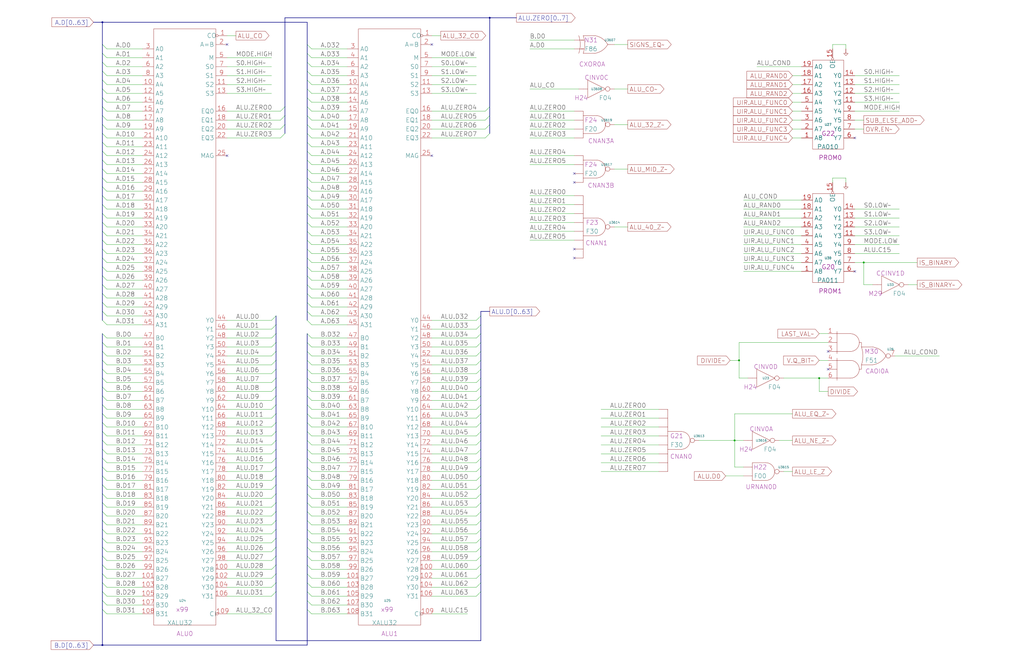
<source format=kicad_sch>
(kicad_sch (version 20230121) (generator eeschema)
  (paper "User" 584.2 378.46)
  (title_block (title "ALU ARRAY\\nMOST SIGNIFICANT BITS") (date "22-MAR-90") (rev "1.0") (comment 1 "VALUE") (comment 2 "232-003063") (comment 3 "S400") (comment 4 "RELEASED"))
  (junction (at 279.4 10.16))
  (junction (at 58.42 368.3))
  (junction (at 467.36 215.9))
  (junction (at 492.76 149.86))
  (junction (at 421.64 205.74))
  (junction (at 58.42 12.7))
  (junction (at 419.1 251.46))
  (no_connect (at 246.38 25.4))
  (no_connect (at 129.54 25.4))
  (no_connect (at 487.68 78.74))
  (no_connect (at 327.66 104.14))
  (no_connect (at 129.54 88.9))
  (no_connect (at 472.44 200.66))
  (no_connect (at 487.68 154.94))
  (no_connect (at 327.66 142.24))
  (no_connect (at 246.38 88.9))
  (no_connect (at 327.66 147.32))
  (no_connect (at 472.44 210.82))
  (no_connect (at 327.66 99.06))
  (bus_entry (at 279.4 71.12) (size -2.54 2.54))
  (bus_entry (at 58.42 152.4) (size 2.54 2.54))
  (bus_entry (at 274.32 251.46) (size -2.54 2.54))
  (bus_entry (at 157.48 210.82) (size -2.54 2.54))
  (bus_entry (at 175.26 307.34) (size 2.54 2.54))
  (bus_entry (at 58.42 45.72) (size 2.54 2.54))
  (bus_entry (at 157.48 261.62) (size -2.54 2.54))
  (bus_entry (at 157.48 276.86) (size -2.54 2.54))
  (bus_entry (at 175.26 147.32) (size 2.54 2.54))
  (bus_entry (at 274.32 302.26) (size -2.54 2.54))
  (bus_entry (at 58.42 66.04) (size 2.54 2.54))
  (bus_entry (at 175.26 137.16) (size 2.54 2.54))
  (bus_entry (at 175.26 152.4) (size 2.54 2.54))
  (bus_entry (at 58.42 200.66) (size 2.54 2.54))
  (bus_entry (at 58.42 132.08) (size 2.54 2.54))
  (bus_entry (at 58.42 236.22) (size 2.54 2.54))
  (bus_entry (at 175.26 322.58) (size 2.54 2.54))
  (bus_entry (at 175.26 215.9) (size 2.54 2.54))
  (bus_entry (at 58.42 86.36) (size 2.54 2.54))
  (bus_entry (at 58.42 220.98) (size 2.54 2.54))
  (bus_entry (at 274.32 210.82) (size -2.54 2.54))
  (bus_entry (at 58.42 25.4) (size 2.54 2.54))
  (bus_entry (at 58.42 121.92) (size 2.54 2.54))
  (bus_entry (at 175.26 96.52) (size 2.54 2.54))
  (bus_entry (at 175.26 182.88) (size 2.54 2.54))
  (bus_entry (at 157.48 251.46) (size -2.54 2.54))
  (bus_entry (at 175.26 210.82) (size 2.54 2.54))
  (bus_entry (at 175.26 281.94) (size 2.54 2.54))
  (bus_entry (at 58.42 147.32) (size 2.54 2.54))
  (bus_entry (at 58.42 297.18) (size 2.54 2.54))
  (bus_entry (at 175.26 60.96) (size 2.54 2.54))
  (bus_entry (at 175.26 190.5) (size 2.54 2.54))
  (bus_entry (at 157.48 297.18) (size -2.54 2.54))
  (bus_entry (at 58.42 182.88) (size 2.54 2.54))
  (bus_entry (at 274.32 180.34) (size -2.54 2.54))
  (bus_entry (at 175.26 312.42) (size 2.54 2.54))
  (bus_entry (at 274.32 231.14) (size -2.54 2.54))
  (bus_entry (at 58.42 271.78) (size 2.54 2.54))
  (bus_entry (at 58.42 50.8) (size 2.54 2.54))
  (bus_entry (at 157.48 185.42) (size -2.54 2.54))
  (bus_entry (at 274.32 287.02) (size -2.54 2.54))
  (bus_entry (at 274.32 281.94) (size -2.54 2.54))
  (bus_entry (at 157.48 205.74) (size -2.54 2.54))
  (bus_entry (at 175.26 266.7) (size 2.54 2.54))
  (bus_entry (at 58.42 332.74) (size 2.54 2.54))
  (bus_entry (at 175.26 132.08) (size 2.54 2.54))
  (bus_entry (at 58.42 215.9) (size 2.54 2.54))
  (bus_entry (at 175.26 177.8) (size 2.54 2.54))
  (bus_entry (at 58.42 172.72) (size 2.54 2.54))
  (bus_entry (at 175.26 127) (size 2.54 2.54))
  (bus_entry (at 175.26 236.22) (size 2.54 2.54))
  (bus_entry (at 279.4 76.2) (size -2.54 2.54))
  (bus_entry (at 58.42 241.3) (size 2.54 2.54))
  (bus_entry (at 58.42 292.1) (size 2.54 2.54))
  (bus_entry (at 175.26 292.1) (size 2.54 2.54))
  (bus_entry (at 175.26 101.6) (size 2.54 2.54))
  (bus_entry (at 157.48 236.22) (size -2.54 2.54))
  (bus_entry (at 58.42 210.82) (size 2.54 2.54))
  (bus_entry (at 175.26 106.68) (size 2.54 2.54))
  (bus_entry (at 157.48 231.14) (size -2.54 2.54))
  (bus_entry (at 157.48 287.02) (size -2.54 2.54))
  (bus_entry (at 162.56 76.2) (size -2.54 2.54))
  (bus_entry (at 274.32 317.5) (size -2.54 2.54))
  (bus_entry (at 274.32 261.62) (size -2.54 2.54))
  (bus_entry (at 175.26 86.36) (size 2.54 2.54))
  (bus_entry (at 162.56 60.96) (size -2.54 2.54))
  (bus_entry (at 274.32 322.58) (size -2.54 2.54))
  (bus_entry (at 274.32 205.74) (size -2.54 2.54))
  (bus_entry (at 274.32 185.42) (size -2.54 2.54))
  (bus_entry (at 58.42 81.28) (size 2.54 2.54))
  (bus_entry (at 58.42 276.86) (size 2.54 2.54))
  (bus_entry (at 157.48 195.58) (size -2.54 2.54))
  (bus_entry (at 175.26 195.58) (size 2.54 2.54))
  (bus_entry (at 279.4 66.04) (size -2.54 2.54))
  (bus_entry (at 175.26 205.74) (size 2.54 2.54))
  (bus_entry (at 58.42 127) (size 2.54 2.54))
  (bus_entry (at 58.42 327.66) (size 2.54 2.54))
  (bus_entry (at 58.42 266.7) (size 2.54 2.54))
  (bus_entry (at 274.32 332.74) (size -2.54 2.54))
  (bus_entry (at 274.32 292.1) (size -2.54 2.54))
  (bus_entry (at 58.42 261.62) (size 2.54 2.54))
  (bus_entry (at 58.42 205.74) (size 2.54 2.54))
  (bus_entry (at 58.42 322.58) (size 2.54 2.54))
  (bus_entry (at 175.26 116.84) (size 2.54 2.54))
  (bus_entry (at 175.26 66.04) (size 2.54 2.54))
  (bus_entry (at 58.42 307.34) (size 2.54 2.54))
  (bus_entry (at 175.26 50.8) (size 2.54 2.54))
  (bus_entry (at 175.26 342.9) (size 2.54 2.54))
  (bus_entry (at 274.32 190.5) (size -2.54 2.54))
  (bus_entry (at 274.32 266.7) (size -2.54 2.54))
  (bus_entry (at 157.48 246.38) (size -2.54 2.54))
  (bus_entry (at 58.42 60.96) (size 2.54 2.54))
  (bus_entry (at 58.42 317.5) (size 2.54 2.54))
  (bus_entry (at 175.26 121.92) (size 2.54 2.54))
  (bus_entry (at 274.32 246.38) (size -2.54 2.54))
  (bus_entry (at 175.26 40.64) (size 2.54 2.54))
  (bus_entry (at 58.42 177.8) (size 2.54 2.54))
  (bus_entry (at 157.48 292.1) (size -2.54 2.54))
  (bus_entry (at 274.32 256.54) (size -2.54 2.54))
  (bus_entry (at 175.26 157.48) (size 2.54 2.54))
  (bus_entry (at 58.42 226.06) (size 2.54 2.54))
  (bus_entry (at 175.26 287.02) (size 2.54 2.54))
  (bus_entry (at 175.26 55.88) (size 2.54 2.54))
  (bus_entry (at 175.26 251.46) (size 2.54 2.54))
  (bus_entry (at 58.42 281.94) (size 2.54 2.54))
  (bus_entry (at 58.42 337.82) (size 2.54 2.54))
  (bus_entry (at 58.42 190.5) (size 2.54 2.54))
  (bus_entry (at 175.26 81.28) (size 2.54 2.54))
  (bus_entry (at 175.26 337.82) (size 2.54 2.54))
  (bus_entry (at 274.32 276.86) (size -2.54 2.54))
  (bus_entry (at 58.42 106.68) (size 2.54 2.54))
  (bus_entry (at 274.32 307.34) (size -2.54 2.54))
  (bus_entry (at 175.26 142.24) (size 2.54 2.54))
  (bus_entry (at 157.48 271.78) (size -2.54 2.54))
  (bus_entry (at 274.32 312.42) (size -2.54 2.54))
  (bus_entry (at 58.42 251.46) (size 2.54 2.54))
  (bus_entry (at 274.32 220.98) (size -2.54 2.54))
  (bus_entry (at 175.26 91.44) (size 2.54 2.54))
  (bus_entry (at 157.48 220.98) (size -2.54 2.54))
  (bus_entry (at 274.32 271.78) (size -2.54 2.54))
  (bus_entry (at 157.48 281.94) (size -2.54 2.54))
  (bus_entry (at 274.32 195.58) (size -2.54 2.54))
  (bus_entry (at 157.48 322.58) (size -2.54 2.54))
  (bus_entry (at 58.42 312.42) (size 2.54 2.54))
  (bus_entry (at 157.48 200.66) (size -2.54 2.54))
  (bus_entry (at 58.42 40.64) (size 2.54 2.54))
  (bus_entry (at 175.26 256.54) (size 2.54 2.54))
  (bus_entry (at 274.32 215.9) (size -2.54 2.54))
  (bus_entry (at 58.42 91.44) (size 2.54 2.54))
  (bus_entry (at 157.48 337.82) (size -2.54 2.54))
  (bus_entry (at 175.26 261.62) (size 2.54 2.54))
  (bus_entry (at 175.26 317.5) (size 2.54 2.54))
  (bus_entry (at 157.48 215.9) (size -2.54 2.54))
  (bus_entry (at 157.48 312.42) (size -2.54 2.54))
  (bus_entry (at 157.48 327.66) (size -2.54 2.54))
  (bus_entry (at 175.26 347.98) (size 2.54 2.54))
  (bus_entry (at 274.32 297.18) (size -2.54 2.54))
  (bus_entry (at 175.26 246.38) (size 2.54 2.54))
  (bus_entry (at 157.48 190.5) (size -2.54 2.54))
  (bus_entry (at 274.32 236.22) (size -2.54 2.54))
  (bus_entry (at 157.48 307.34) (size -2.54 2.54))
  (bus_entry (at 175.26 200.66) (size 2.54 2.54))
  (bus_entry (at 157.48 332.74) (size -2.54 2.54))
  (bus_entry (at 58.42 347.98) (size 2.54 2.54))
  (bus_entry (at 58.42 101.6) (size 2.54 2.54))
  (bus_entry (at 157.48 241.3) (size -2.54 2.54))
  (bus_entry (at 58.42 195.58) (size 2.54 2.54))
  (bus_entry (at 162.56 71.12) (size -2.54 2.54))
  (bus_entry (at 175.26 220.98) (size 2.54 2.54))
  (bus_entry (at 58.42 246.38) (size 2.54 2.54))
  (bus_entry (at 175.26 45.72) (size 2.54 2.54))
  (bus_entry (at 175.26 226.06) (size 2.54 2.54))
  (bus_entry (at 274.32 226.06) (size -2.54 2.54))
  (bus_entry (at 274.32 200.66) (size -2.54 2.54))
  (bus_entry (at 58.42 30.48) (size 2.54 2.54))
  (bus_entry (at 58.42 111.76) (size 2.54 2.54))
  (bus_entry (at 175.26 327.66) (size 2.54 2.54))
  (bus_entry (at 175.26 302.26) (size 2.54 2.54))
  (bus_entry (at 58.42 256.54) (size 2.54 2.54))
  (bus_entry (at 274.32 337.82) (size -2.54 2.54))
  (bus_entry (at 58.42 137.16) (size 2.54 2.54))
  (bus_entry (at 175.26 297.18) (size 2.54 2.54))
  (bus_entry (at 58.42 162.56) (size 2.54 2.54))
  (bus_entry (at 175.26 241.3) (size 2.54 2.54))
  (bus_entry (at 58.42 55.88) (size 2.54 2.54))
  (bus_entry (at 58.42 167.64) (size 2.54 2.54))
  (bus_entry (at 157.48 256.54) (size -2.54 2.54))
  (bus_entry (at 175.26 172.72) (size 2.54 2.54))
  (bus_entry (at 58.42 142.24) (size 2.54 2.54))
  (bus_entry (at 157.48 180.34) (size -2.54 2.54))
  (bus_entry (at 175.26 162.56) (size 2.54 2.54))
  (bus_entry (at 175.26 271.78) (size 2.54 2.54))
  (bus_entry (at 58.42 116.84) (size 2.54 2.54))
  (bus_entry (at 58.42 287.02) (size 2.54 2.54))
  (bus_entry (at 157.48 266.7) (size -2.54 2.54))
  (bus_entry (at 58.42 96.52) (size 2.54 2.54))
  (bus_entry (at 175.26 30.48) (size 2.54 2.54))
  (bus_entry (at 58.42 157.48) (size 2.54 2.54))
  (bus_entry (at 58.42 76.2) (size 2.54 2.54))
  (bus_entry (at 58.42 35.56) (size 2.54 2.54))
  (bus_entry (at 175.26 332.74) (size 2.54 2.54))
  (bus_entry (at 175.26 111.76) (size 2.54 2.54))
  (bus_entry (at 274.32 327.66) (size -2.54 2.54))
  (bus_entry (at 175.26 231.14) (size 2.54 2.54))
  (bus_entry (at 157.48 302.26) (size -2.54 2.54))
  (bus_entry (at 175.26 71.12) (size 2.54 2.54))
  (bus_entry (at 279.4 60.96) (size -2.54 2.54))
  (bus_entry (at 175.26 167.64) (size 2.54 2.54))
  (bus_entry (at 58.42 231.14) (size 2.54 2.54))
  (bus_entry (at 175.26 35.56) (size 2.54 2.54))
  (bus_entry (at 175.26 276.86) (size 2.54 2.54))
  (bus_entry (at 58.42 302.26) (size 2.54 2.54))
  (bus_entry (at 157.48 317.5) (size -2.54 2.54))
  (bus_entry (at 175.26 25.4) (size 2.54 2.54))
  (bus_entry (at 162.56 66.04) (size -2.54 2.54))
  (bus_entry (at 58.42 342.9) (size 2.54 2.54))
  (bus_entry (at 274.32 241.3) (size -2.54 2.54))
  (bus_entry (at 157.48 226.06) (size -2.54 2.54))
  (bus_entry (at 58.42 71.12) (size 2.54 2.54))
  (bus_entry (at 175.26 76.2) (size 2.54 2.54))
  (bus (pts (xy 58.42 261.62) (xy 58.42 266.7)))
  (bus (pts (xy 175.26 292.1) (xy 175.26 297.18)))
  (bus (pts (xy 279.4 71.12) (xy 279.4 66.04)))
  (wire (pts (xy 452.12 58.42) (xy 457.2 58.42)))
  (wire (pts (xy 177.8 165.1) (xy 198.12 165.1)))
  (bus (pts (xy 175.26 167.64) (xy 175.26 172.72)))
  (bus (pts (xy 175.26 312.42) (xy 175.26 317.5)))
  (bus (pts (xy 157.48 327.66) (xy 157.48 332.74)))
  (bus (pts (xy 175.26 60.96) (xy 175.26 66.04)))
  (bus (pts (xy 58.42 116.84) (xy 58.42 121.92)))
  (wire (pts (xy 177.8 38.1) (xy 198.12 38.1)))
  (bus (pts (xy 157.48 266.7) (xy 157.48 271.78)))
  (wire (pts (xy 60.96 38.1) (xy 81.28 38.1)))
  (bus (pts (xy 175.26 322.58) (xy 175.26 327.66)))
  (wire (pts (xy 246.38 254) (xy 271.78 254)))
  (wire (pts (xy 472.44 223.52) (xy 467.36 223.52)))
  (wire (pts (xy 487.68 73.66) (xy 492.76 73.66)))
  (bus (pts (xy 175.26 317.5) (xy 175.26 322.58)))
  (wire (pts (xy 246.38 223.52) (xy 271.78 223.52)))
  (bus (pts (xy 157.48 297.18) (xy 157.48 302.26)))
  (bus (pts (xy 58.42 322.58) (xy 58.42 327.66)))
  (wire (pts (xy 60.96 274.32) (xy 81.28 274.32)))
  (wire (pts (xy 302.26 63.5) (xy 327.66 63.5)))
  (wire (pts (xy 487.68 53.34) (xy 513.08 53.34)))
  (wire (pts (xy 419.1 236.22) (xy 419.1 251.46)))
  (wire (pts (xy 246.38 68.58) (xy 276.86 68.58)))
  (wire (pts (xy 60.96 350.52) (xy 81.28 350.52)))
  (wire (pts (xy 60.96 259.08) (xy 81.28 259.08)))
  (wire (pts (xy 129.54 53.34) (xy 154.94 53.34)))
  (wire (pts (xy 246.38 299.72) (xy 271.78 299.72)))
  (wire (pts (xy 177.8 309.88) (xy 198.12 309.88)))
  (wire (pts (xy 60.96 248.92) (xy 81.28 248.92)))
  (bus (pts (xy 58.42 12.7) (xy 58.42 25.4)))
  (wire (pts (xy 421.64 195.58) (xy 421.64 205.74)))
  (bus (pts (xy 58.42 312.42) (xy 58.42 317.5)))
  (bus (pts (xy 175.26 116.84) (xy 175.26 121.92)))
  (wire (pts (xy 177.8 350.52) (xy 198.12 350.52)))
  (bus (pts (xy 58.42 172.72) (xy 58.42 177.8)))
  (wire (pts (xy 487.68 63.5) (xy 513.08 63.5)))
  (wire (pts (xy 129.54 259.08) (xy 154.94 259.08)))
  (bus (pts (xy 274.32 281.94) (xy 274.32 287.02)))
  (bus (pts (xy 162.56 76.2) (xy 162.56 71.12)))
  (wire (pts (xy 246.38 228.6) (xy 271.78 228.6)))
  (wire (pts (xy 424.18 144.78) (xy 457.2 144.78)))
  (wire (pts (xy 60.96 165.1) (xy 81.28 165.1)))
  (bus (pts (xy 58.42 190.5) (xy 58.42 195.58)))
  (wire (pts (xy 246.38 309.88) (xy 271.78 309.88)))
  (bus (pts (xy 157.48 292.1) (xy 157.48 297.18)))
  (wire (pts (xy 60.96 27.94) (xy 81.28 27.94)))
  (wire (pts (xy 60.96 144.78) (xy 81.28 144.78)))
  (wire (pts (xy 177.8 198.12) (xy 198.12 198.12)))
  (bus (pts (xy 175.26 281.94) (xy 175.26 287.02)))
  (wire (pts (xy 129.54 198.12) (xy 154.94 198.12)))
  (wire (pts (xy 60.96 203.2) (xy 81.28 203.2)))
  (wire (pts (xy 177.8 33.02) (xy 198.12 33.02)))
  (bus (pts (xy 157.48 180.34) (xy 157.48 185.42)))
  (wire (pts (xy 60.96 180.34) (xy 81.28 180.34)))
  (bus (pts (xy 274.32 185.42) (xy 274.32 190.5)))
  (bus (pts (xy 175.26 220.98) (xy 175.26 226.06)))
  (wire (pts (xy 487.68 68.58) (xy 492.76 68.58)))
  (wire (pts (xy 129.54 325.12) (xy 154.94 325.12)))
  (bus (pts (xy 274.32 307.34) (xy 274.32 312.42)))
  (wire (pts (xy 177.8 259.08) (xy 198.12 259.08)))
  (wire (pts (xy 467.36 205.74) (xy 472.44 205.74)))
  (wire (pts (xy 177.8 48.26) (xy 198.12 48.26)))
  (wire (pts (xy 474.98 101.6) (xy 474.98 104.14)))
  (wire (pts (xy 487.68 48.26) (xy 513.08 48.26)))
  (wire (pts (xy 416.56 205.74) (xy 421.64 205.74)))
  (wire (pts (xy 487.68 139.7) (xy 513.08 139.7)))
  (wire (pts (xy 246.38 284.48) (xy 271.78 284.48)))
  (bus (pts (xy 175.26 137.16) (xy 175.26 142.24)))
  (wire (pts (xy 129.54 187.96) (xy 154.94 187.96)))
  (bus (pts (xy 58.42 152.4) (xy 58.42 157.48)))
  (bus (pts (xy 274.32 261.62) (xy 274.32 256.54)))
  (wire (pts (xy 177.8 330.2) (xy 198.12 330.2)))
  (wire (pts (xy 60.96 320.04) (xy 81.28 320.04)))
  (bus (pts (xy 274.32 246.38) (xy 274.32 251.46)))
  (bus (pts (xy 157.48 241.3) (xy 157.48 246.38)))
  (wire (pts (xy 452.12 48.26) (xy 457.2 48.26)))
  (wire (pts (xy 60.96 264.16) (xy 81.28 264.16)))
  (wire (pts (xy 177.8 27.94) (xy 198.12 27.94)))
  (bus (pts (xy 274.32 266.7) (xy 274.32 261.62)))
  (wire (pts (xy 60.96 48.26) (xy 81.28 48.26)))
  (bus (pts (xy 157.48 307.34) (xy 157.48 312.42)))
  (wire (pts (xy 447.04 215.9) (xy 467.36 215.9)))
  (bus (pts (xy 157.48 210.82) (xy 157.48 215.9)))
  (wire (pts (xy 246.38 203.2) (xy 271.78 203.2)))
  (wire (pts (xy 177.8 68.58) (xy 198.12 68.58)))
  (wire (pts (xy 60.96 335.28) (xy 81.28 335.28)))
  (wire (pts (xy 302.26 121.92) (xy 327.66 121.92)))
  (bus (pts (xy 58.42 81.28) (xy 58.42 86.36)))
  (wire (pts (xy 246.38 350.52) (xy 266.7 350.52)))
  (bus (pts (xy 157.48 236.22) (xy 157.48 241.3)))
  (bus (pts (xy 274.32 276.86) (xy 274.32 281.94)))
  (bus (pts (xy 58.42 210.82) (xy 58.42 215.9)))
  (wire (pts (xy 302.26 78.74) (xy 327.66 78.74)))
  (bus (pts (xy 58.42 12.7) (xy 175.26 12.7)))
  (bus (pts (xy 157.48 365.76) (xy 274.32 365.76)))
  (bus (pts (xy 157.48 231.14) (xy 157.48 236.22)))
  (bus (pts (xy 157.48 337.82) (xy 157.48 365.76)))
  (wire (pts (xy 246.38 269.24) (xy 271.78 269.24)))
  (wire (pts (xy 177.8 63.5) (xy 198.12 63.5)))
  (bus (pts (xy 274.32 251.46) (xy 274.32 256.54)))
  (wire (pts (xy 424.18 129.54) (xy 457.2 129.54)))
  (wire (pts (xy 177.8 314.96) (xy 198.12 314.96)))
  (wire (pts (xy 342.9 233.68) (xy 375.92 233.68)))
  (wire (pts (xy 302.26 132.08) (xy 327.66 132.08)))
  (bus (pts (xy 157.48 287.02) (xy 157.48 292.1)))
  (wire (pts (xy 60.96 119.38) (xy 81.28 119.38)))
  (wire (pts (xy 302.26 27.94) (xy 327.66 27.94)))
  (wire (pts (xy 129.54 238.76) (xy 154.94 238.76)))
  (bus (pts (xy 274.32 332.74) (xy 274.32 327.66)))
  (bus (pts (xy 58.42 292.1) (xy 58.42 297.18)))
  (wire (pts (xy 487.68 58.42) (xy 513.08 58.42)))
  (bus (pts (xy 157.48 317.5) (xy 157.48 322.58)))
  (wire (pts (xy 60.96 330.2) (xy 81.28 330.2)))
  (bus (pts (xy 58.42 307.34) (xy 58.42 312.42)))
  (bus (pts (xy 157.48 251.46) (xy 157.48 256.54)))
  (bus (pts (xy 157.48 226.06) (xy 157.48 231.14)))
  (wire (pts (xy 177.8 134.62) (xy 198.12 134.62)))
  (wire (pts (xy 129.54 330.2) (xy 154.94 330.2)))
  (bus (pts (xy 58.42 55.88) (xy 58.42 60.96)))
  (wire (pts (xy 60.96 154.94) (xy 81.28 154.94)))
  (wire (pts (xy 302.26 50.8) (xy 330.2 50.8)))
  (wire (pts (xy 129.54 78.74) (xy 160.02 78.74)))
  (bus (pts (xy 175.26 261.62) (xy 175.26 266.7)))
  (bus (pts (xy 157.48 185.42) (xy 157.48 190.5)))
  (wire (pts (xy 129.54 243.84) (xy 154.94 243.84)))
  (wire (pts (xy 177.8 119.38) (xy 198.12 119.38)))
  (wire (pts (xy 419.1 251.46) (xy 424.18 251.46)))
  (bus (pts (xy 157.48 200.66) (xy 157.48 205.74)))
  (wire (pts (xy 424.18 114.3) (xy 457.2 114.3)))
  (wire (pts (xy 302.26 111.76) (xy 327.66 111.76)))
  (wire (pts (xy 60.96 345.44) (xy 81.28 345.44)))
  (wire (pts (xy 246.38 238.76) (xy 271.78 238.76)))
  (wire (pts (xy 424.18 266.7) (xy 419.1 266.7)))
  (wire (pts (xy 129.54 248.92) (xy 154.94 248.92)))
  (wire (pts (xy 342.9 243.84) (xy 375.92 243.84)))
  (bus (pts (xy 175.26 45.72) (xy 175.26 50.8)))
  (bus (pts (xy 175.26 147.32) (xy 175.26 152.4)))
  (bus (pts (xy 175.26 251.46) (xy 175.26 256.54)))
  (wire (pts (xy 60.96 109.22) (xy 81.28 109.22)))
  (wire (pts (xy 487.68 124.46) (xy 513.08 124.46)))
  (wire (pts (xy 342.9 248.92) (xy 375.92 248.92)))
  (bus (pts (xy 58.42 241.3) (xy 58.42 246.38)))
  (bus (pts (xy 162.56 71.12) (xy 162.56 66.04)))
  (wire (pts (xy 129.54 320.04) (xy 154.94 320.04)))
  (wire (pts (xy 246.38 78.74) (xy 276.86 78.74)))
  (bus (pts (xy 58.42 332.74) (xy 58.42 337.82)))
  (wire (pts (xy 177.8 139.7) (xy 198.12 139.7)))
  (bus (pts (xy 58.42 101.6) (xy 58.42 106.68)))
  (bus (pts (xy 157.48 215.9) (xy 157.48 220.98)))
  (wire (pts (xy 246.38 43.18) (xy 271.78 43.18)))
  (wire (pts (xy 246.38 274.32) (xy 271.78 274.32)))
  (wire (pts (xy 246.38 340.36) (xy 271.78 340.36)))
  (wire (pts (xy 246.38 264.16) (xy 271.78 264.16)))
  (bus (pts (xy 175.26 342.9) (xy 175.26 337.82)))
  (wire (pts (xy 487.68 43.18) (xy 513.08 43.18)))
  (bus (pts (xy 175.26 276.86) (xy 175.26 281.94)))
  (wire (pts (xy 177.8 124.46) (xy 198.12 124.46)))
  (wire (pts (xy 302.26 116.84) (xy 327.66 116.84)))
  (wire (pts (xy 177.8 228.6) (xy 198.12 228.6)))
  (wire (pts (xy 350.52 71.12) (xy 358.14 71.12)))
  (wire (pts (xy 60.96 175.26) (xy 81.28 175.26)))
  (bus (pts (xy 58.42 60.96) (xy 58.42 66.04)))
  (wire (pts (xy 177.8 88.9) (xy 198.12 88.9)))
  (bus (pts (xy 58.42 91.44) (xy 58.42 96.52)))
  (wire (pts (xy 129.54 38.1) (xy 154.94 38.1)))
  (bus (pts (xy 175.26 205.74) (xy 175.26 210.82)))
  (bus (pts (xy 58.42 25.4) (xy 58.42 30.48)))
  (wire (pts (xy 60.96 294.64) (xy 81.28 294.64)))
  (bus (pts (xy 58.42 35.56) (xy 58.42 40.64)))
  (wire (pts (xy 60.96 53.34) (xy 81.28 53.34)))
  (bus (pts (xy 58.42 167.64) (xy 58.42 172.72)))
  (bus (pts (xy 157.48 276.86) (xy 157.48 281.94)))
  (wire (pts (xy 60.96 243.84) (xy 81.28 243.84)))
  (wire (pts (xy 177.8 233.68) (xy 198.12 233.68)))
  (wire (pts (xy 302.26 73.66) (xy 327.66 73.66)))
  (wire (pts (xy 452.12 63.5) (xy 457.2 63.5)))
  (wire (pts (xy 129.54 284.48) (xy 154.94 284.48)))
  (bus (pts (xy 58.42 368.3) (xy 175.26 368.3)))
  (wire (pts (xy 419.1 266.7) (xy 419.1 251.46)))
  (wire (pts (xy 177.8 243.84) (xy 198.12 243.84)))
  (wire (pts (xy 129.54 274.32) (xy 154.94 274.32)))
  (wire (pts (xy 467.36 190.5) (xy 472.44 190.5)))
  (bus (pts (xy 58.42 76.2) (xy 58.42 81.28)))
  (bus (pts (xy 58.42 251.46) (xy 58.42 256.54)))
  (wire (pts (xy 129.54 299.72) (xy 154.94 299.72)))
  (bus (pts (xy 175.26 241.3) (xy 175.26 246.38)))
  (wire (pts (xy 421.64 215.9) (xy 421.64 205.74)))
  (bus (pts (xy 58.42 236.22) (xy 58.42 241.3)))
  (wire (pts (xy 177.8 264.16) (xy 198.12 264.16)))
  (bus (pts (xy 274.32 302.26) (xy 274.32 307.34)))
  (bus (pts (xy 58.42 177.8) (xy 58.42 182.88)))
  (wire (pts (xy 60.96 99.06) (xy 81.28 99.06)))
  (wire (pts (xy 302.26 93.98) (xy 327.66 93.98)))
  (bus (pts (xy 279.4 10.16) (xy 294.64 10.16)))
  (wire (pts (xy 60.96 185.42) (xy 81.28 185.42)))
  (bus (pts (xy 274.32 220.98) (xy 274.32 226.06)))
  (wire (pts (xy 246.38 330.2) (xy 271.78 330.2)))
  (wire (pts (xy 129.54 340.36) (xy 154.94 340.36)))
  (wire (pts (xy 60.96 124.46) (xy 81.28 124.46)))
  (bus (pts (xy 175.26 152.4) (xy 175.26 157.48)))
  (wire (pts (xy 177.8 279.4) (xy 198.12 279.4)))
  (wire (pts (xy 60.96 208.28) (xy 81.28 208.28)))
  (wire (pts (xy 60.96 314.96) (xy 81.28 314.96)))
  (wire (pts (xy 492.76 162.56) (xy 497.84 162.56)))
  (bus (pts (xy 58.42 195.58) (xy 58.42 200.66)))
  (bus (pts (xy 175.26 81.28) (xy 175.26 86.36)))
  (wire (pts (xy 492.76 149.86) (xy 492.76 162.56)))
  (wire (pts (xy 129.54 254) (xy 154.94 254)))
  (wire (pts (xy 60.96 304.8) (xy 81.28 304.8)))
  (wire (pts (xy 452.12 68.58) (xy 457.2 68.58)))
  (wire (pts (xy 129.54 20.32) (xy 134.62 20.32)))
  (bus (pts (xy 274.32 180.34) (xy 274.32 185.42)))
  (bus (pts (xy 157.48 332.74) (xy 157.48 337.82)))
  (wire (pts (xy 487.68 134.62) (xy 513.08 134.62)))
  (wire (pts (xy 60.96 160.02) (xy 81.28 160.02)))
  (wire (pts (xy 452.12 73.66) (xy 457.2 73.66)))
  (wire (pts (xy 246.38 314.96) (xy 271.78 314.96)))
  (bus (pts (xy 58.42 200.66) (xy 58.42 205.74)))
  (wire (pts (xy 246.38 248.92) (xy 271.78 248.92)))
  (wire (pts (xy 424.18 154.94) (xy 457.2 154.94)))
  (bus (pts (xy 157.48 261.62) (xy 157.48 266.7)))
  (wire (pts (xy 60.96 170.18) (xy 81.28 170.18)))
  (wire (pts (xy 487.68 149.86) (xy 492.76 149.86)))
  (bus (pts (xy 175.26 12.7) (xy 175.26 25.4)))
  (bus (pts (xy 274.32 195.58) (xy 274.32 200.66)))
  (bus (pts (xy 274.32 231.14) (xy 274.32 236.22)))
  (wire (pts (xy 60.96 149.86) (xy 81.28 149.86)))
  (wire (pts (xy 129.54 233.68) (xy 154.94 233.68)))
  (wire (pts (xy 129.54 193.04) (xy 154.94 193.04)))
  (bus (pts (xy 58.42 327.66) (xy 58.42 332.74)))
  (wire (pts (xy 482.6 101.6) (xy 474.98 101.6)))
  (bus (pts (xy 175.26 132.08) (xy 175.26 137.16)))
  (wire (pts (xy 177.8 294.64) (xy 198.12 294.64)))
  (bus (pts (xy 58.42 66.04) (xy 58.42 71.12)))
  (wire (pts (xy 177.8 248.92) (xy 198.12 248.92)))
  (bus (pts (xy 175.26 287.02) (xy 175.26 292.1)))
  (wire (pts (xy 177.8 83.82) (xy 198.12 83.82)))
  (wire (pts (xy 60.96 228.6) (xy 81.28 228.6)))
  (bus (pts (xy 279.4 76.2) (xy 279.4 71.12)))
  (wire (pts (xy 246.38 38.1) (xy 271.78 38.1)))
  (bus (pts (xy 175.26 172.72) (xy 175.26 177.8)))
  (bus (pts (xy 58.42 297.18) (xy 58.42 302.26)))
  (wire (pts (xy 177.8 274.32) (xy 198.12 274.32)))
  (wire (pts (xy 129.54 43.18) (xy 154.94 43.18)))
  (bus (pts (xy 274.32 332.74) (xy 274.32 337.82)))
  (bus (pts (xy 58.42 317.5) (xy 58.42 322.58)))
  (wire (pts (xy 177.8 320.04) (xy 198.12 320.04)))
  (bus (pts (xy 175.26 271.78) (xy 175.26 276.86)))
  (bus (pts (xy 175.26 368.3) (xy 175.26 347.98)))
  (wire (pts (xy 60.96 325.12) (xy 81.28 325.12)))
  (bus (pts (xy 58.42 106.68) (xy 58.42 111.76)))
  (wire (pts (xy 60.96 213.36) (xy 81.28 213.36)))
  (wire (pts (xy 177.8 345.44) (xy 198.12 345.44)))
  (wire (pts (xy 302.26 68.58) (xy 327.66 68.58)))
  (bus (pts (xy 274.32 241.3) (xy 274.32 246.38)))
  (bus (pts (xy 274.32 177.8) (xy 274.32 180.34)))
  (wire (pts (xy 342.9 264.16) (xy 375.92 264.16)))
  (wire (pts (xy 246.38 320.04) (xy 271.78 320.04)))
  (bus (pts (xy 175.26 76.2) (xy 175.26 81.28)))
  (wire (pts (xy 177.8 144.78) (xy 198.12 144.78)))
  (wire (pts (xy 129.54 264.16) (xy 154.94 264.16)))
  (bus (pts (xy 274.32 236.22) (xy 274.32 241.3)))
  (wire (pts (xy 60.96 223.52) (xy 81.28 223.52)))
  (wire (pts (xy 492.76 149.86) (xy 523.24 149.86)))
  (bus (pts (xy 175.26 111.76) (xy 175.26 116.84)))
  (wire (pts (xy 177.8 185.42) (xy 198.12 185.42)))
  (wire (pts (xy 60.96 193.04) (xy 81.28 193.04)))
  (wire (pts (xy 129.54 314.96) (xy 154.94 314.96)))
  (wire (pts (xy 129.54 63.5) (xy 160.02 63.5)))
  (bus (pts (xy 175.26 200.66) (xy 175.26 205.74)))
  (wire (pts (xy 246.38 218.44) (xy 271.78 218.44)))
  (wire (pts (xy 177.8 254) (xy 198.12 254)))
  (wire (pts (xy 246.38 182.88) (xy 271.78 182.88)))
  (bus (pts (xy 157.48 246.38) (xy 157.48 251.46)))
  (bus (pts (xy 175.26 327.66) (xy 175.26 332.74)))
  (wire (pts (xy 246.38 63.5) (xy 276.86 63.5)))
  (bus (pts (xy 58.42 45.72) (xy 58.42 50.8)))
  (wire (pts (xy 129.54 228.6) (xy 154.94 228.6)))
  (bus (pts (xy 162.56 60.96) (xy 162.56 10.16)))
  (bus (pts (xy 175.26 71.12) (xy 175.26 76.2)))
  (wire (pts (xy 302.26 127) (xy 327.66 127)))
  (bus (pts (xy 175.26 127) (xy 175.26 132.08)))
  (bus (pts (xy 175.26 215.9) (xy 175.26 220.98)))
  (bus (pts (xy 58.42 205.74) (xy 58.42 210.82)))
  (bus (pts (xy 175.26 302.26) (xy 175.26 307.34)))
  (wire (pts (xy 60.96 233.68) (xy 81.28 233.68)))
  (wire (pts (xy 246.38 325.12) (xy 271.78 325.12)))
  (wire (pts (xy 447.04 269.24) (xy 452.12 269.24)))
  (bus (pts (xy 58.42 246.38) (xy 58.42 251.46)))
  (wire (pts (xy 246.38 53.34) (xy 271.78 53.34)))
  (bus (pts (xy 175.26 256.54) (xy 175.26 261.62)))
  (wire (pts (xy 129.54 48.26) (xy 154.94 48.26)))
  (bus (pts (xy 58.42 256.54) (xy 58.42 261.62)))
  (bus (pts (xy 175.26 142.24) (xy 175.26 147.32)))
  (wire (pts (xy 302.26 137.16) (xy 327.66 137.16)))
  (bus (pts (xy 58.42 142.24) (xy 58.42 147.32)))
  (wire (pts (xy 177.8 284.48) (xy 198.12 284.48)))
  (bus (pts (xy 175.26 91.44) (xy 175.26 96.52)))
  (bus (pts (xy 58.42 40.64) (xy 58.42 45.72)))
  (bus (pts (xy 175.26 30.48) (xy 175.26 35.56)))
  (bus (pts (xy 157.48 281.94) (xy 157.48 287.02)))
  (wire (pts (xy 129.54 203.2) (xy 154.94 203.2)))
  (wire (pts (xy 342.9 269.24) (xy 375.92 269.24)))
  (bus (pts (xy 274.32 226.06) (xy 274.32 231.14)))
  (wire (pts (xy 246.38 233.68) (xy 271.78 233.68)))
  (wire (pts (xy 60.96 218.44) (xy 81.28 218.44)))
  (wire (pts (xy 467.36 215.9) (xy 467.36 223.52)))
  (wire (pts (xy 177.8 289.56) (xy 198.12 289.56)))
  (wire (pts (xy 129.54 182.88) (xy 154.94 182.88)))
  (wire (pts (xy 177.8 269.24) (xy 198.12 269.24)))
  (wire (pts (xy 129.54 289.56) (xy 154.94 289.56)))
  (wire (pts (xy 482.6 25.4) (xy 474.98 25.4)))
  (wire (pts (xy 246.38 193.04) (xy 271.78 193.04)))
  (wire (pts (xy 342.9 238.76) (xy 375.92 238.76)))
  (bus (pts (xy 175.26 195.58) (xy 175.26 200.66)))
  (bus (pts (xy 175.26 231.14) (xy 175.26 226.06)))
  (bus (pts (xy 58.42 71.12) (xy 58.42 76.2)))
  (wire (pts (xy 60.96 254) (xy 81.28 254)))
  (bus (pts (xy 157.48 256.54) (xy 157.48 261.62)))
  (wire (pts (xy 129.54 294.64) (xy 154.94 294.64)))
  (wire (pts (xy 129.54 68.58) (xy 160.02 68.58)))
  (wire (pts (xy 424.18 139.7) (xy 457.2 139.7)))
  (wire (pts (xy 177.8 218.44) (xy 198.12 218.44)))
  (wire (pts (xy 129.54 269.24) (xy 154.94 269.24)))
  (wire (pts (xy 177.8 114.3) (xy 198.12 114.3)))
  (wire (pts (xy 177.8 43.18) (xy 198.12 43.18)))
  (bus (pts (xy 58.42 147.32) (xy 58.42 152.4)))
  (wire (pts (xy 350.52 50.8) (xy 358.14 50.8)))
  (wire (pts (xy 424.18 134.62) (xy 457.2 134.62)))
  (bus (pts (xy 162.56 66.04) (xy 162.56 60.96)))
  (bus (pts (xy 58.42 121.92) (xy 58.42 127)))
  (wire (pts (xy 177.8 109.22) (xy 198.12 109.22)))
  (wire (pts (xy 129.54 33.02) (xy 154.94 33.02)))
  (bus (pts (xy 175.26 157.48) (xy 175.26 162.56)))
  (bus (pts (xy 175.26 25.4) (xy 175.26 30.48)))
  (wire (pts (xy 177.8 73.66) (xy 198.12 73.66)))
  (wire (pts (xy 60.96 134.62) (xy 81.28 134.62)))
  (wire (pts (xy 510.54 203.2) (xy 535.94 203.2)))
  (wire (pts (xy 246.38 304.8) (xy 271.78 304.8)))
  (bus (pts (xy 175.26 347.98) (xy 175.26 342.9)))
  (wire (pts (xy 177.8 170.18) (xy 198.12 170.18)))
  (bus (pts (xy 175.26 66.04) (xy 175.26 71.12)))
  (wire (pts (xy 350.52 96.52) (xy 358.14 96.52)))
  (wire (pts (xy 177.8 340.36) (xy 198.12 340.36)))
  (wire (pts (xy 421.64 195.58) (xy 472.44 195.58)))
  (bus (pts (xy 175.26 312.42) (xy 175.26 307.34)))
  (bus (pts (xy 175.26 297.18) (xy 175.26 302.26)))
  (wire (pts (xy 246.38 33.02) (xy 271.78 33.02)))
  (bus (pts (xy 53.34 12.7) (xy 58.42 12.7)))
  (wire (pts (xy 246.38 294.64) (xy 271.78 294.64)))
  (bus (pts (xy 175.26 162.56) (xy 175.26 167.64)))
  (bus (pts (xy 175.26 50.8) (xy 175.26 55.88)))
  (wire (pts (xy 129.54 223.52) (xy 154.94 223.52)))
  (bus (pts (xy 279.4 60.96) (xy 279.4 10.16)))
  (wire (pts (xy 177.8 53.34) (xy 198.12 53.34)))
  (wire (pts (xy 246.38 198.12) (xy 271.78 198.12)))
  (wire (pts (xy 60.96 238.76) (xy 81.28 238.76)))
  (wire (pts (xy 177.8 193.04) (xy 198.12 193.04)))
  (wire (pts (xy 60.96 139.7) (xy 81.28 139.7)))
  (bus (pts (xy 274.32 312.42) (xy 274.32 317.5)))
  (bus (pts (xy 58.42 337.82) (xy 58.42 342.9)))
  (bus (pts (xy 58.42 302.26) (xy 58.42 307.34)))
  (wire (pts (xy 129.54 73.66) (xy 160.02 73.66)))
  (wire (pts (xy 129.54 213.36) (xy 154.94 213.36)))
  (bus (pts (xy 157.48 205.74) (xy 157.48 210.82)))
  (wire (pts (xy 60.96 43.18) (xy 81.28 43.18)))
  (wire (pts (xy 487.68 144.78) (xy 513.08 144.78)))
  (bus (pts (xy 58.42 50.8) (xy 58.42 55.88)))
  (wire (pts (xy 452.12 236.22) (xy 419.1 236.22)))
  (bus (pts (xy 157.48 322.58) (xy 157.48 327.66)))
  (bus (pts (xy 175.26 246.38) (xy 175.26 251.46)))
  (wire (pts (xy 60.96 83.82) (xy 81.28 83.82)))
  (wire (pts (xy 60.96 114.3) (xy 81.28 114.3)))
  (wire (pts (xy 60.96 104.14) (xy 81.28 104.14)))
  (bus (pts (xy 175.26 55.88) (xy 175.26 60.96)))
  (wire (pts (xy 246.38 213.36) (xy 271.78 213.36)))
  (wire (pts (xy 60.96 33.02) (xy 81.28 33.02)))
  (wire (pts (xy 177.8 208.28) (xy 198.12 208.28)))
  (wire (pts (xy 60.96 73.66) (xy 81.28 73.66)))
  (wire (pts (xy 129.54 304.8) (xy 154.94 304.8)))
  (wire (pts (xy 177.8 325.12) (xy 198.12 325.12)))
  (wire (pts (xy 246.38 73.66) (xy 276.86 73.66)))
  (bus (pts (xy 274.32 302.26) (xy 274.32 297.18)))
  (bus (pts (xy 175.26 271.78) (xy 175.26 266.7)))
  (wire (pts (xy 60.96 299.72) (xy 81.28 299.72)))
  (wire (pts (xy 129.54 279.4) (xy 154.94 279.4)))
  (bus (pts (xy 274.32 220.98) (xy 274.32 215.9)))
  (bus (pts (xy 58.42 281.94) (xy 58.42 287.02)))
  (wire (pts (xy 424.18 119.38) (xy 457.2 119.38)))
  (bus (pts (xy 58.42 287.02) (xy 58.42 292.1)))
  (bus (pts (xy 175.26 106.68) (xy 175.26 111.76)))
  (wire (pts (xy 431.8 38.1) (xy 457.2 38.1)))
  (bus (pts (xy 58.42 347.98) (xy 58.42 368.3)))
  (wire (pts (xy 302.26 22.86) (xy 327.66 22.86)))
  (bus (pts (xy 157.48 220.98) (xy 157.48 226.06)))
  (wire (pts (xy 246.38 289.56) (xy 271.78 289.56)))
  (bus (pts (xy 274.32 210.82) (xy 274.32 215.9)))
  (wire (pts (xy 177.8 58.42) (xy 198.12 58.42)))
  (wire (pts (xy 398.78 251.46) (xy 419.1 251.46)))
  (bus (pts (xy 58.42 220.98) (xy 58.42 226.06)))
  (bus (pts (xy 157.48 312.42) (xy 157.48 317.5)))
  (wire (pts (xy 129.54 218.44) (xy 154.94 218.44)))
  (wire (pts (xy 246.38 187.96) (xy 271.78 187.96)))
  (wire (pts (xy 342.9 259.08) (xy 375.92 259.08)))
  (wire (pts (xy 246.38 48.26) (xy 271.78 48.26)))
  (bus (pts (xy 58.42 86.36) (xy 58.42 91.44)))
  (wire (pts (xy 177.8 304.8) (xy 198.12 304.8)))
  (wire (pts (xy 60.96 279.4) (xy 81.28 279.4)))
  (wire (pts (xy 452.12 53.34) (xy 457.2 53.34)))
  (bus (pts (xy 58.42 96.52) (xy 58.42 101.6)))
  (bus (pts (xy 58.42 111.76) (xy 58.42 116.84)))
  (wire (pts (xy 177.8 93.98) (xy 198.12 93.98)))
  (bus (pts (xy 274.32 292.1) (xy 274.32 297.18)))
  (wire (pts (xy 350.52 129.54) (xy 358.14 129.54)))
  (wire (pts (xy 60.96 78.74) (xy 81.28 78.74)))
  (bus (pts (xy 58.42 276.86) (xy 58.42 281.94)))
  (bus (pts (xy 58.42 226.06) (xy 58.42 231.14)))
  (bus (pts (xy 58.42 132.08) (xy 58.42 137.16)))
  (bus (pts (xy 274.32 200.66) (xy 274.32 205.74)))
  (wire (pts (xy 177.8 160.02) (xy 198.12 160.02)))
  (bus (pts (xy 274.32 365.76) (xy 274.32 337.82)))
  (bus (pts (xy 274.32 322.58) (xy 274.32 327.66)))
  (wire (pts (xy 129.54 350.52) (xy 154.94 350.52)))
  (bus (pts (xy 157.48 271.78) (xy 157.48 276.86)))
  (wire (pts (xy 177.8 299.72) (xy 198.12 299.72)))
  (wire (pts (xy 129.54 309.88) (xy 154.94 309.88)))
  (bus (pts (xy 279.4 177.8) (xy 274.32 177.8)))
  (wire (pts (xy 177.8 175.26) (xy 198.12 175.26)))
  (wire (pts (xy 513.08 129.54) (xy 487.68 129.54)))
  (wire (pts (xy 177.8 104.14) (xy 198.12 104.14)))
  (bus (pts (xy 175.26 96.52) (xy 175.26 101.6)))
  (bus (pts (xy 175.26 190.5) (xy 175.26 195.58)))
  (wire (pts (xy 177.8 129.54) (xy 198.12 129.54)))
  (wire (pts (xy 518.16 162.56) (xy 523.24 162.56)))
  (bus (pts (xy 175.26 101.6) (xy 175.26 106.68)))
  (bus (pts (xy 279.4 66.04) (xy 279.4 60.96)))
  (wire (pts (xy 246.38 243.84) (xy 271.78 243.84)))
  (wire (pts (xy 474.98 25.4) (xy 474.98 27.94)))
  (bus (pts (xy 157.48 302.26) (xy 157.48 307.34)))
  (bus (pts (xy 58.42 271.78) (xy 58.42 276.86)))
  (wire (pts (xy 177.8 99.06) (xy 198.12 99.06)))
  (wire (pts (xy 60.96 284.48) (xy 81.28 284.48)))
  (bus (pts (xy 162.56 10.16) (xy 279.4 10.16)))
  (wire (pts (xy 177.8 213.36) (xy 198.12 213.36)))
  (wire (pts (xy 60.96 93.98) (xy 81.28 93.98)))
  (bus (pts (xy 175.26 231.14) (xy 175.26 236.22)))
  (wire (pts (xy 177.8 78.74) (xy 198.12 78.74)))
  (bus (pts (xy 175.26 121.92) (xy 175.26 127)))
  (wire (pts (xy 424.18 124.46) (xy 457.2 124.46)))
  (bus (pts (xy 53.34 368.3) (xy 58.42 368.3)))
  (wire (pts (xy 414.02 271.78) (xy 424.18 271.78)))
  (bus (pts (xy 58.42 137.16) (xy 58.42 142.24)))
  (bus (pts (xy 58.42 342.9) (xy 58.42 347.98)))
  (bus (pts (xy 175.26 210.82) (xy 175.26 215.9)))
  (wire (pts (xy 60.96 269.24) (xy 81.28 269.24)))
  (wire (pts (xy 302.26 88.9) (xy 327.66 88.9)))
  (bus (pts (xy 157.48 190.5) (xy 157.48 195.58)))
  (wire (pts (xy 246.38 279.4) (xy 271.78 279.4)))
  (bus (pts (xy 157.48 195.58) (xy 157.48 200.66)))
  (bus (pts (xy 58.42 231.14) (xy 58.42 236.22)))
  (bus (pts (xy 175.26 86.36) (xy 175.26 91.44)))
  (bus (pts (xy 274.32 271.78) (xy 274.32 266.7)))
  (wire (pts (xy 60.96 309.88) (xy 81.28 309.88)))
  (bus (pts (xy 58.42 266.7) (xy 58.42 271.78)))
  (bus (pts (xy 58.42 157.48) (xy 58.42 162.56)))
  (wire (pts (xy 177.8 154.94) (xy 198.12 154.94)))
  (bus (pts (xy 274.32 317.5) (xy 274.32 322.58)))
  (bus (pts (xy 175.26 40.64) (xy 175.26 45.72)))
  (bus (pts (xy 175.26 177.8) (xy 175.26 182.88)))
  (wire (pts (xy 129.54 208.28) (xy 154.94 208.28)))
  (bus (pts (xy 274.32 276.86) (xy 274.32 271.78)))
  (wire (pts (xy 177.8 223.52) (xy 198.12 223.52)))
  (wire (pts (xy 60.96 58.42) (xy 81.28 58.42)))
  (wire (pts (xy 177.8 335.28) (xy 198.12 335.28)))
  (wire (pts (xy 60.96 129.54) (xy 81.28 129.54)))
  (bus (pts (xy 58.42 127) (xy 58.42 132.08)))
  (wire (pts (xy 452.12 78.74) (xy 457.2 78.74)))
  (bus (pts (xy 175.26 337.82) (xy 175.26 332.74)))
  (wire (pts (xy 424.18 149.86) (xy 457.2 149.86)))
  (wire (pts (xy 350.52 25.4) (xy 358.14 25.4)))
  (wire (pts (xy 246.38 259.08) (xy 271.78 259.08)))
  (wire (pts (xy 246.38 335.28) (xy 271.78 335.28)))
  (bus (pts (xy 175.26 35.56) (xy 175.26 40.64)))
  (bus (pts (xy 175.26 236.22) (xy 175.26 241.3)))
  (wire (pts (xy 342.9 254) (xy 375.92 254)))
  (wire (pts (xy 246.38 20.32) (xy 251.46 20.32)))
  (bus (pts (xy 274.32 205.74) (xy 274.32 210.82)))
  (wire (pts (xy 60.96 63.5) (xy 81.28 63.5)))
  (wire (pts (xy 246.38 208.28) (xy 271.78 208.28)))
  (bus (pts (xy 58.42 30.48) (xy 58.42 35.56)))
  (bus (pts (xy 274.32 190.5) (xy 274.32 195.58)))
  (wire (pts (xy 444.5 251.46) (xy 452.12 251.46)))
  (wire (pts (xy 60.96 289.56) (xy 81.28 289.56)))
  (bus (pts (xy 58.42 162.56) (xy 58.42 167.64)))
  (wire (pts (xy 482.6 101.6) (xy 482.6 104.14)))
  (wire (pts (xy 452.12 43.18) (xy 457.2 43.18)))
  (wire (pts (xy 177.8 203.2) (xy 198.12 203.2)))
  (bus (pts (xy 274.32 287.02) (xy 274.32 292.1)))
  (wire (pts (xy 467.36 215.9) (xy 472.44 215.9)))
  (bus (pts (xy 58.42 215.9) (xy 58.42 220.98)))
  (wire (pts (xy 177.8 238.76) (xy 198.12 238.76)))
  (wire (pts (xy 60.96 88.9) (xy 81.28 88.9)))
  (wire (pts (xy 482.6 25.4) (xy 482.6 27.94)))
  (wire (pts (xy 60.96 68.58) (xy 81.28 68.58)))
  (wire (pts (xy 60.96 198.12) (xy 81.28 198.12)))
  (wire (pts (xy 177.8 149.86) (xy 198.12 149.86)))
  (wire (pts (xy 421.64 215.9) (xy 426.72 215.9)))
  (wire (pts (xy 60.96 340.36) (xy 81.28 340.36)))
  (wire (pts (xy 129.54 335.28) (xy 154.94 335.28)))
  (wire (pts (xy 177.8 180.34) (xy 198.12 180.34)))
  (wire (pts (xy 487.68 119.38) (xy 513.08 119.38)))
  (label "ALU_COND" (at 424.18 114.3 0) (effects (font (size 2.54 2.54))))
  (label "A.D16" (at 66.04 109.22 0) (effects (font (size 2.54 2.54))))
  (label "B.D1" (at 66.04 198.12 0) (effects (font (size 2.54 2.54))))
  (label "ALU.D56" (at 251.46 304.8 0) (effects (font (size 2.54 2.54))))
  (label "B.D57" (at 182.88 320.04 0) (effects (font (size 2.54 2.54))))
  (label "MODE.HIGH" (at 134.62 33.02 0) (effects (font (size 2.54 2.54))))
  (label "ALU.D12" (at 134.62 243.84 0) (effects (font (size 2.54 2.54))))
  (label "ALU.D10" (at 134.62 233.68 0) (effects (font (size 2.54 2.54))))
  (label "ALU.D59" (at 251.46 320.04 0) (effects (font (size 2.54 2.54))))
  (label "B.D17" (at 66.04 279.4 0) (effects (font (size 2.54 2.54))))
  (label "ALU.ZERO0" (at 347.98 233.68 0) (effects (font (size 2.54 2.54))))
  (label "MODE.LOW" (at 251.46 33.02 0) (effects (font (size 2.54 2.54))))
  (label "ALU.D60" (at 251.46 325.12 0) (effects (font (size 2.54 2.54))))
  (label "A.D40" (at 182.88 68.58 0) (effects (font (size 2.54 2.54))))
  (label "ALU.ZERO1" (at 134.62 68.58 0) (effects (font (size 2.54 2.54))))
  (label "B.D24" (at 66.04 314.96 0) (effects (font (size 2.54 2.54))))
  (label "ALU.D37" (at 251.46 208.28 0) (effects (font (size 2.54 2.54))))
  (label "ALU.ZERO5" (at 302.26 137.16 0) (effects (font (size 2.54 2.54))))
  (label "S2.HIGH~" (at 134.62 48.26 0) (effects (font (size 2.54 2.54))))
  (label "ALU.D20" (at 134.62 284.48 0) (effects (font (size 2.54 2.54))))
  (label "A.D11" (at 66.04 83.82 0) (effects (font (size 2.54 2.54))))
  (label "ALU.ZERO1" (at 347.98 238.76 0) (effects (font (size 2.54 2.54))))
  (label "ALU.D48" (at 251.46 264.16 0) (effects (font (size 2.54 2.54))))
  (label "ALU.D5" (at 134.62 208.28 0) (effects (font (size 2.54 2.54))))
  (label "ALU.D14" (at 134.62 254 0) (effects (font (size 2.54 2.54))))
  (label "A.D53" (at 182.88 134.62 0) (effects (font (size 2.54 2.54))))
  (label "B.D10" (at 66.04 243.84 0) (effects (font (size 2.54 2.54))))
  (label "ALU.C15" (at 492.76 144.78 0) (effects (font (size 2.54 2.54))))
  (label "B.D35" (at 182.88 208.28 0) (effects (font (size 2.54 2.54))))
  (label "B.D14" (at 66.04 264.16 0) (effects (font (size 2.54 2.54))))
  (label "B.D62" (at 182.88 345.44 0) (effects (font (size 2.54 2.54))))
  (label "A.D54" (at 182.88 139.7 0) (effects (font (size 2.54 2.54))))
  (label "ALU_RAND0" (at 424.18 119.38 0) (effects (font (size 2.54 2.54))))
  (label "ALU.ZERO2" (at 347.98 243.84 0) (effects (font (size 2.54 2.54))))
  (label "ALU_RAND2" (at 424.18 129.54 0) (effects (font (size 2.54 2.54))))
  (label "A.D1" (at 66.04 33.02 0) (effects (font (size 2.54 2.54))))
  (label "B.D25" (at 66.04 320.04 0) (effects (font (size 2.54 2.54))))
  (label "ALU.D22" (at 134.62 294.64 0) (effects (font (size 2.54 2.54))))
  (label "ALU.D41" (at 251.46 228.6 0) (effects (font (size 2.54 2.54))))
  (label "A.D13" (at 66.04 93.98 0) (effects (font (size 2.54 2.54))))
  (label "ALU.D32" (at 251.46 182.88 0) (effects (font (size 2.54 2.54))))
  (label "S1.LOW~" (at 251.46 43.18 0) (effects (font (size 2.54 2.54))))
  (label "B.D31" (at 66.04 350.52 0) (effects (font (size 2.54 2.54))))
  (label "ALU.D19" (at 134.62 279.4 0) (effects (font (size 2.54 2.54))))
  (label "ALU.D33" (at 251.46 187.96 0) (effects (font (size 2.54 2.54))))
  (label "A.D42" (at 182.88 78.74 0) (effects (font (size 2.54 2.54))))
  (label "ALU.D36" (at 251.46 203.2 0) (effects (font (size 2.54 2.54))))
  (label "A.D24" (at 66.04 149.86 0) (effects (font (size 2.54 2.54))))
  (label "S3.HIGH~" (at 134.62 53.34 0) (effects (font (size 2.54 2.54))))
  (label "ALU_CO" (at 302.26 50.8 0) (effects (font (size 2.54 2.54))))
  (label "S3.HIGH~" (at 492.76 58.42 0) (effects (font (size 2.54 2.54))))
  (label "B.D54" (at 182.88 304.8 0) (effects (font (size 2.54 2.54))))
  (label "B.D28" (at 66.04 335.28 0) (effects (font (size 2.54 2.54))))
  (label "A.D37" (at 182.88 53.34 0) (effects (font (size 2.54 2.54))))
  (label "B.D34" (at 182.88 203.2 0) (effects (font (size 2.54 2.54))))
  (label "ALU.D27" (at 134.62 320.04 0) (effects (font (size 2.54 2.54))))
  (label "ALU.ZERO3" (at 134.62 78.74 0) (effects (font (size 2.54 2.54))))
  (label "ALU.ZERO0" (at 134.62 63.5 0) (effects (font (size 2.54 2.54))))
  (label "ALU.ZERO4" (at 251.46 63.5 0) (effects (font (size 2.54 2.54))))
  (label "A.D52" (at 182.88 129.54 0) (effects (font (size 2.54 2.54))))
  (label "B.D48" (at 182.88 274.32 0) (effects (font (size 2.54 2.54))))
  (label "B.D55" (at 182.88 309.88 0) (effects (font (size 2.54 2.54))))
  (label "S1.HIGH~" (at 134.62 43.18 0) (effects (font (size 2.54 2.54))))
  (label "A.D28" (at 66.04 170.18 0) (effects (font (size 2.54 2.54))))
  (label "ALU.ZERO5" (at 347.98 259.08 0) (effects (font (size 2.54 2.54))))
  (label "A.D45" (at 182.88 93.98 0) (effects (font (size 2.54 2.54))))
  (label "B.D59" (at 182.88 330.2 0) (effects (font (size 2.54 2.54))))
  (label "A.D44" (at 182.88 88.9 0) (effects (font (size 2.54 2.54))))
  (label "UIR.ALU_FUNC4" (at 424.18 154.94 0) (effects (font (size 2.54 2.54))))
  (label "B.D60" (at 182.88 335.28 0) (effects (font (size 2.54 2.54))))
  (label "ALU.ZERO7" (at 347.98 269.24 0) (effects (font (size 2.54 2.54))))
  (label "A.D17" (at 66.04 114.3 0) (effects (font (size 2.54 2.54))))
  (label "B.D50" (at 182.88 284.48 0) (effects (font (size 2.54 2.54))))
  (label "B.D52" (at 182.88 294.64 0) (effects (font (size 2.54 2.54))))
  (label "ALU.ZERO6" (at 347.98 264.16 0) (effects (font (size 2.54 2.54))))
  (label "A.D9" (at 66.04 73.66 0) (effects (font (size 2.54 2.54))))
  (label "ALU.ZERO3" (at 302.26 127 0) (effects (font (size 2.54 2.54))))
  (label "S0.LOW~" (at 492.76 119.38 0) (effects (font (size 2.54 2.54))))
  (label "B.D38" (at 182.88 223.52 0) (effects (font (size 2.54 2.54))))
  (label "ALU_32_CO" (at 134.62 350.52 0) (effects (font (size 2.54 2.54))))
  (label "ALU_COND" (at 431.8 38.1 0) (effects (font (size 2.54 2.54))))
  (label "B.D16" (at 66.04 274.32 0) (effects (font (size 2.54 2.54))))
  (label "B.D42" (at 182.88 243.84 0) (effects (font (size 2.54 2.54))))
  (label "ALU.ZERO2" (at 302.26 73.66 0) (effects (font (size 2.54 2.54))))
  (label "B.D41" (at 182.88 238.76 0) (effects (font (size 2.54 2.54))))
  (label "B.D6" (at 66.04 223.52 0) (effects (font (size 2.54 2.54))))
  (label "B.D15" (at 66.04 269.24 0) (effects (font (size 2.54 2.54))))
  (label "B.D58" (at 182.88 325.12 0) (effects (font (size 2.54 2.54))))
  (label "A.D30" (at 66.04 180.34 0) (effects (font (size 2.54 2.54))))
  (label "B.D32" (at 182.88 193.04 0) (effects (font (size 2.54 2.54))))
  (label "ALU.D43" (at 251.46 238.76 0) (effects (font (size 2.54 2.54))))
  (label "ALU.D34" (at 251.46 193.04 0) (effects (font (size 2.54 2.54))))
  (label "A.D2" (at 66.04 38.1 0) (effects (font (size 2.54 2.54))))
  (label "ALU.D62" (at 251.46 335.28 0) (effects (font (size 2.54 2.54))))
  (label "ALU.ZERO1" (at 302.26 68.58 0) (effects (font (size 2.54 2.54))))
  (label "B.D46" (at 182.88 264.16 0) (effects (font (size 2.54 2.54))))
  (label "UIR.ALU_FUNC2" (at 424.18 144.78 0) (effects (font (size 2.54 2.54))))
  (label "ALU.ZERO5" (at 302.26 93.98 0) (effects (font (size 2.54 2.54))))
  (label "B.D7" (at 66.04 228.6 0) (effects (font (size 2.54 2.54))))
  (label "S2.LOW~" (at 492.76 129.54 0) (effects (font (size 2.54 2.54))))
  (label "ALU.ZERO3" (at 302.26 78.74 0) (effects (font (size 2.54 2.54))))
  (label "S0.HIGH~" (at 492.76 43.18 0) (effects (font (size 2.54 2.54))))
  (label "ALU.D15" (at 134.62 259.08 0) (effects (font (size 2.54 2.54))))
  (label "ALU.D8" (at 134.62 223.52 0) (effects (font (size 2.54 2.54))))
  (label "B.D26" (at 66.04 325.12 0) (effects (font (size 2.54 2.54))))
  (label "ALU.D23" (at 134.62 299.72 0) (effects (font (size 2.54 2.54))))
  (label "S2.HIGH~" (at 492.76 53.34 0) (effects (font (size 2.54 2.54))))
  (label "UIR.ALU_FUNC0" (at 424.18 134.62 0) (effects (font (size 2.54 2.54))))
  (label "A.D55" (at 182.88 144.78 0) (effects (font (size 2.54 2.54))))
  (label "B.D44" (at 182.88 254 0) (effects (font (size 2.54 2.54))))
  (label "ALU.D58" (at 251.46 314.96 0) (effects (font (size 2.54 2.54))))
  (label "ALU.D50" (at 251.46 274.32 0) (effects (font (size 2.54 2.54))))
  (label "B.D39" (at 182.88 228.6 0) (effects (font (size 2.54 2.54))))
  (label "A.D50" (at 182.88 119.38 0) (effects (font (size 2.54 2.54))))
  (label "A.D22" (at 66.04 139.7 0) (effects (font (size 2.54 2.54))))
  (label "ALU.D52" (at 251.46 284.48 0) (effects (font (size 2.54 2.54))))
  (label "B.D9" (at 66.04 238.76 0) (effects (font (size 2.54 2.54))))
  (label "B.D33" (at 182.88 198.12 0) (effects (font (size 2.54 2.54))))
  (label "A.D12" (at 66.04 88.9 0) (effects (font (size 2.54 2.54))))
  (label "B.D0" (at 66.04 193.04 0) (effects (font (size 2.54 2.54))))
  (label "ALU.D63" (at 251.46 340.36 0) (effects (font (size 2.54 2.54))))
  (label "ALU.D54" (at 251.46 294.64 0) (effects (font (size 2.54 2.54))))
  (label "B.D8" (at 66.04 233.68 0) (effects (font (size 2.54 2.54))))
  (label "ALU.D47" (at 251.46 259.08 0) (effects (font (size 2.54 2.54))))
  (label "A.D39" (at 182.88 63.5 0) (effects (font (size 2.54 2.54))))
  (label "ALU.D46" (at 251.46 254 0) (effects (font (size 2.54 2.54))))
  (label "A.D46" (at 182.88 99.06 0) (effects (font (size 2.54 2.54))))
  (label "S1.HIGH~" (at 492.76 48.26 0) (effects (font (size 2.54 2.54))))
  (label "A.D14" (at 66.04 99.06 0) (effects (font (size 2.54 2.54))))
  (label "ALU.ZERO2" (at 134.62 73.66 0) (effects (font (size 2.54 2.54))))
  (label "S2.LOW~" (at 251.46 48.26 0) (effects (font (size 2.54 2.54))))
  (label "A.D0" (at 66.04 27.94 0) (effects (font (size 2.54 2.54))))
  (label "S3.LOW~" (at 492.76 134.62 0) (effects (font (size 2.54 2.54))))
  (label "B.D13" (at 66.04 259.08 0) (effects (font (size 2.54 2.54))))
  (label "A.D27" (at 66.04 165.1 0) (effects (font (size 2.54 2.54))))
  (label "S3.LOW~" (at 251.46 53.34 0) (effects (font (size 2.54 2.54))))
  (label "A.D0" (at 302.26 27.94 0) (effects (font (size 2.54 2.54))))
  (label "A.D15" (at 66.04 104.14 0) (effects (font (size 2.54 2.54))))
  (label "B.D3" (at 66.04 208.28 0) (effects (font (size 2.54 2.54))))
  (label "A.D36" (at 182.88 48.26 0) (effects (font (size 2.54 2.54))))
  (label "A.D23" (at 66.04 144.78 0) (effects (font (size 2.54 2.54))))
  (label "ALU.D35" (at 251.46 198.12 0) (effects (font (size 2.54 2.54))))
  (label "B.D43" (at 182.88 248.92 0) (effects (font (size 2.54 2.54))))
  (label "ALU.ZERO4" (at 347.98 254 0) (effects (font (size 2.54 2.54))))
  (label "ALU.D17" (at 134.62 269.24 0) (effects (font (size 2.54 2.54))))
  (label "ALU.ZERO4" (at 302.26 132.08 0) (effects (font (size 2.54 2.54))))
  (label "ALU.D40" (at 251.46 223.52 0) (effects (font (size 2.54 2.54))))
  (label "A.D51" (at 182.88 124.46 0) (effects (font (size 2.54 2.54))))
  (label "B.D12" (at 66.04 254 0) (effects (font (size 2.54 2.54))))
  (label "ALU.ZERO1" (at 302.26 116.84 0) (effects (font (size 2.54 2.54))))
  (label "ALU.D45" (at 251.46 248.92 0) (effects (font (size 2.54 2.54))))
  (label "ALU.D16" (at 134.62 264.16 0) (effects (font (size 2.54 2.54))))
  (label "B.D37" (at 182.88 218.44 0) (effects (font (size 2.54 2.54))))
  (label "ALU.ZERO4" (at 302.26 88.9 0) (effects (font (size 2.54 2.54))))
  (label "ALU.D1" (at 134.62 187.96 0) (effects (font (size 2.54 2.54))))
  (label "ALU.C15" (at 251.46 350.52 0) (effects (font (size 2.54 2.54))))
  (label "ALU.D26" (at 134.62 314.96 0) (effects (font (size 2.54 2.54))))
  (label "A.D20" (at 66.04 129.54 0) (effects (font (size 2.54 2.54))))
  (label "A.D8" (at 66.04 68.58 0) (effects (font (size 2.54 2.54))))
  (label "A.D38" (at 182.88 58.42 0) (effects (font (size 2.54 2.54))))
  (label "ALU.D24" (at 134.62 304.8 0) (effects (font (size 2.54 2.54))))
  (label "A.D21" (at 66.04 134.62 0) (effects (font (size 2.54 2.54))))
  (label "B.D23" (at 66.04 309.88 0) (effects (font (size 2.54 2.54))))
  (label "ALU.D38" (at 251.46 213.36 0) (effects (font (size 2.54 2.54))))
  (label "A.D32" (at 182.88 27.94 0) (effects (font (size 2.54 2.54))))
  (label "ALU.D55" (at 251.46 299.72 0) (effects (font (size 2.54 2.54))))
  (label "ALU.D6" (at 134.62 213.36 0) (effects (font (size 2.54 2.54))))
  (label "ALU.D57" (at 251.46 309.88 0) (effects (font (size 2.54 2.54))))
  (label "A.D6" (at 66.04 58.42 0) (effects (font (size 2.54 2.54))))
  (label "A.D7" (at 66.04 63.5 0) (effects (font (size 2.54 2.54))))
  (label "A.D41" (at 182.88 73.66 0) (effects (font (size 2.54 2.54))))
  (label "ALU_RAND1" (at 424.18 124.46 0) (effects (font (size 2.54 2.54))))
  (label "ALU.D44" (at 251.46 243.84 0) (effects (font (size 2.54 2.54))))
  (label "ALU.ZERO7" (at 251.46 78.74 0) (effects (font (size 2.54 2.54))))
  (label "A.D63" (at 182.88 185.42 0) (effects (font (size 2.54 2.54))))
  (label "B.D20" (at 66.04 294.64 0) (effects (font (size 2.54 2.54))))
  (label "B.D36" (at 182.88 213.36 0) (effects (font (size 2.54 2.54))))
  (label "ALU.D11" (at 134.62 238.76 0) (effects (font (size 2.54 2.54))))
  (label "ALU.D31" (at 134.62 340.36 0) (effects (font (size 2.54 2.54))))
  (label "UIR.ALU_FUNC1" (at 424.18 139.7 0) (effects (font (size 2.54 2.54))))
  (label "B.D40" (at 182.88 233.68 0) (effects (font (size 2.54 2.54))))
  (label "A.D34" (at 182.88 38.1 0) (effects (font (size 2.54 2.54))))
  (label "B.D49" (at 182.88 279.4 0) (effects (font (size 2.54 2.54))))
  (label "A.D29" (at 66.04 175.26 0) (effects (font (size 2.54 2.54))))
  (label "ALU.D39" (at 251.46 218.44 0) (effects (font (size 2.54 2.54))))
  (label "A.D47" (at 182.88 104.14 0) (effects (font (size 2.54 2.54))))
  (label "B.D4" (at 66.04 213.36 0) (effects (font (size 2.54 2.54))))
  (label "ALU.D53" (at 251.46 289.56 0) (effects (font (size 2.54 2.54))))
  (label "ALU.D49" (at 251.46 269.24 0) (effects (font (size 2.54 2.54))))
  (label "A.D35" (at 182.88 43.18 0) (effects (font (size 2.54 2.54))))
  (label "ALU.D3" (at 134.62 198.12 0) (effects (font (size 2.54 2.54))))
  (label "A.D31" (at 66.04 185.42 0) (effects (font (size 2.54 2.54))))
  (label "B.D18" (at 66.04 284.48 0) (effects (font (size 2.54 2.54))))
  (label "ALU.D28" (at 134.62 325.12 0) (effects (font (size 2.54 2.54))))
  (label "A.D62" (at 182.88 180.34 0) (effects (font (size 2.54 2.54))))
  (label "B.D45" (at 182.88 259.08 0) (effects (font (size 2.54 2.54))))
  (label "ALU.D29" (at 134.62 330.2 0) (effects (font (size 2.54 2.54))))
  (label "UIR.ALU_FUNC3" (at 424.18 149.86 0) (effects (font (size 2.54 2.54))))
  (label "A.D57" (at 182.88 154.94 0) (effects (font (size 2.54 2.54))))
  (label "A.D26" (at 66.04 160.02 0) (effects (font (size 2.54 2.54))))
  (label "ALU_COND" (at 515.62 203.2 0) (effects (font (size 2.54 2.54))))
  (label "A.D5" (at 66.04 53.34 0) (effects (font (size 2.54 2.54))))
  (label "ALU.ZERO3" (at 347.98 248.92 0) (effects (font (size 2.54 2.54))))
  (label "B.D0" (at 302.26 22.86 0) (effects (font (size 2.54 2.54))))
  (label "S0.LOW~" (at 251.46 38.1 0) (effects (font (size 2.54 2.54))))
  (label "A.D10" (at 66.04 78.74 0) (effects (font (size 2.54 2.54))))
  (label "MODE.LOW" (at 492.76 139.7 0) (effects (font (size 2.54 2.54))))
  (label "B.D19" (at 66.04 289.56 0) (effects (font (size 2.54 2.54))))
  (label "B.D61" (at 182.88 340.36 0) (effects (font (size 2.54 2.54))))
  (label "A.D4" (at 66.04 48.26 0) (effects (font (size 2.54 2.54))))
  (label "A.D18" (at 66.04 119.38 0) (effects (font (size 2.54 2.54))))
  (label "S1.LOW~" (at 492.76 124.46 0) (effects (font (size 2.54 2.54))))
  (label "B.D29" (at 66.04 340.36 0) (effects (font (size 2.54 2.54))))
  (label "B.D47" (at 182.88 269.24 0) (effects (font (size 2.54 2.54))))
  (label "ALU.ZERO0" (at 302.26 63.5 0) (effects (font (size 2.54 2.54))))
  (label "B.D5" (at 66.04 218.44 0) (effects (font (size 2.54 2.54))))
  (label "ALU.ZERO6" (at 251.46 73.66 0) (effects (font (size 2.54 2.54))))
  (label "ALU.ZERO2" (at 302.26 121.92 0) (effects (font (size 2.54 2.54))))
  (label "ALU.D25" (at 134.62 309.88 0) (effects (font (size 2.54 2.54))))
  (label "A.D60" (at 182.88 170.18 0) (effects (font (size 2.54 2.54))))
  (label "ALU.D30" (at 134.62 335.28 0) (effects (font (size 2.54 2.54))))
  (label "S0.HIGH~" (at 134.62 38.1 0) (effects (font (size 2.54 2.54))))
  (label "ALU.D0" (at 134.62 182.88 0) (effects (font (size 2.54 2.54))))
  (label "ALU.D4" (at 134.62 203.2 0) (effects (font (size 2.54 2.54))))
  (label "A.D61" (at 182.88 175.26 0) (effects (font (size 2.54 2.54))))
  (label "B.D53" (at 182.88 299.72 0) (effects (font (size 2.54 2.54))))
  (label "A.D49" (at 182.88 114.3 0) (effects (font (size 2.54 2.54))))
  (label "A.D25" (at 66.04 154.94 0) (effects (font (size 2.54 2.54))))
  (label "A.D3" (at 66.04 43.18 0) (effects (font (size 2.54 2.54))))
  (label "ALU.D18" (at 134.62 274.32 0) (effects (font (size 2.54 2.54))))
  (label "ALU.ZERO5" (at 251.46 68.58 0) (effects (font (size 2.54 2.54))))
  (label "B.D21" (at 66.04 299.72 0) (effects (font (size 2.54 2.54))))
  (label "ALU.D21" (at 134.62 289.56 0) (effects (font (size 2.54 2.54))))
  (label "ALU.D42" (at 251.46 233.68 0) (effects (font (size 2.54 2.54))))
  (label "ALU.D2" (at 134.62 193.04 0) (effects (font (size 2.54 2.54))))
  (label "ALU.D13" (at 134.62 248.92 0) (effects (font (size 2.54 2.54))))
  (label "B.D2" (at 66.04 203.2 0) (effects (font (size 2.54 2.54))))
  (label "B.D27" (at 66.04 330.2 0) (effects (font (size 2.54 2.54))))
  (label "ALU.D9" (at 134.62 228.6 0) (effects (font (size 2.54 2.54))))
  (label "B.D22" (at 66.04 304.8 0) (effects (font (size 2.54 2.54))))
  (label "ALU.D61" (at 251.46 330.2 0) (effects (font (size 2.54 2.54))))
  (label "B.D56" (at 182.88 314.96 0) (effects (font (size 2.54 2.54))))
  (label "A.D48" (at 182.88 109.22 0) (effects (font (size 2.54 2.54))))
  (label "ALU.D7" (at 134.62 218.44 0) (effects (font (size 2.54 2.54))))
  (label "A.D58" (at 182.88 160.02 0) (effects (font (size 2.54 2.54))))
  (label "A.D33" (at 182.88 33.02 0) (effects (font (size 2.54 2.54))))
  (label "A.D19" (at 66.04 124.46 0) (effects (font (size 2.54 2.54))))
  (label "B.D30" (at 66.04 345.44 0) (effects (font (size 2.54 2.54))))
  (label "A.D59" (at 182.88 165.1 0) (effects (font (size 2.54 2.54))))
  (label "B.D11" (at 66.04 248.92 0) (effects (font (size 2.54 2.54))))
  (label "A.D56" (at 182.88 149.86 0) (effects (font (size 2.54 2.54))))
  (label "B.D63" (at 182.88 350.52 0) (effects (font (size 2.54 2.54))))
  (label "B.D51" (at 182.88 289.56 0) (effects (font (size 2.54 2.54))))
  (label "ALU.ZERO0" (at 302.26 111.76 0) (effects (font (size 2.54 2.54))))
  (label "A.D43" (at 182.88 83.82 0) (effects (font (size 2.54 2.54))))
  (label "MODE.HIGH" (at 492.76 63.5 0) (effects (font (size 2.54 2.54))))
  (label "ALU.D51" (at 251.46 279.4 0) (effects (font (size 2.54 2.54))))
  (global_label "V.Q_BIT~" (shape input) (at 467.36 205.74 180) (effects (font (size 2.54 2.54))) (property "Intersheetrefs" "${INTERSHEET_REFS}" (at 447.0521 205.5813 0) (effects (font (size 1.905 1.905)) (justify right))))
  (global_label "ALU_EQ_Z~" (shape output) (at 452.12 236.22 0) (effects (font (size 2.54 2.54))) (property "Intersheetrefs" "${INTERSHEET_REFS}" (at 477.8876 236.22 0) (effects (font (size 1.905 1.905)) (justify left))))
  (global_label "DIVIDE~" (shape input) (at 416.56 205.74 180) (effects (font (size 2.54 2.54))) (property "Intersheetrefs" "${INTERSHEET_REFS}" (at 397.9454 205.5813 0) (effects (font (size 1.905 1.905)) (justify right))))
  (global_label "ALU_RAND0" (shape input) (at 452.12 43.18 180) (effects (font (size 2.54 2.54))) (property "Intersheetrefs" "${INTERSHEET_REFS}" (at 425.4605 43.18 0) (effects (justify right))))
  (global_label "UIR.ALU_FUNC3" (shape input) (at 452.12 73.66 180) (effects (font (size 2.54 2.54))) (property "Intersheetrefs" "${INTERSHEET_REFS}" (at 417.7195 73.66 0) (effects (justify right))))
  (global_label "ALU.D0" (shape input) (at 414.02 271.78 180) (effects (font (size 2.54 2.54))) (property "Intersheetrefs" "${INTERSHEET_REFS}" (at 396.1311 271.6213 0) (effects (font (size 1.905 1.905)) (justify right))))
  (global_label "UIR.ALU_FUNC0" (shape input) (at 452.12 58.42 180) (effects (font (size 2.54 2.54))) (property "Intersheetrefs" "${INTERSHEET_REFS}" (at 417.7195 58.42 0) (effects (justify right))))
  (global_label "ALU_40_Z~" (shape output) (at 358.14 129.54 0) (effects (font (size 2.54 2.54))) (property "Intersheetrefs" "${INTERSHEET_REFS}" (at 383.7865 129.54 0) (effects (justify left))))
  (global_label "ALU_LE_Z" (shape output) (at 452.12 269.24 0) (effects (font (size 2.54 2.54))) (property "Intersheetrefs" "${INTERSHEET_REFS}" (at 475.4685 269.24 0) (effects (justify left))))
  (global_label "ALU_MID_Z~" (shape output) (at 358.14 96.52 0) (effects (font (size 2.54 2.54))) (property "Intersheetrefs" "${INTERSHEET_REFS}" (at 385.6009 96.52 0) (effects (justify left))))
  (global_label "ALU.D[0..63]" (shape output) (at 279.4 177.8 0) (effects (font (size 2.54 2.54))) (property "Intersheetrefs" "${INTERSHEET_REFS}" (at 307.9327 177.6413 0) (effects (font (size 1.905 1.905)) (justify left))))
  (global_label "ALU_32_Z~" (shape output) (at 358.14 71.12 0) (effects (font (size 2.54 2.54))) (property "Intersheetrefs" "${INTERSHEET_REFS}" (at 383.7865 71.12 0) (effects (justify left))))
  (global_label "B.D[0..63]" (shape input) (at 53.34 368.3 180) (effects (font (size 2.54 2.54))) (property "Intersheetrefs" "${INTERSHEET_REFS}" (at 29.1616 368.1413 0) (effects (font (size 1.905 1.905)) (justify right))))
  (global_label "SIGNS_EQ~" (shape output) (at 358.14 25.4 0) (effects (font (size 2.54 2.54))) (property "Intersheetrefs" "${INTERSHEET_REFS}" (at 383.9076 25.4 0) (effects (font (size 1.905 1.905)) (justify left))))
  (global_label "ALU_CO" (shape output) (at 134.62 20.32 0) (effects (font (size 2.54 2.54))) (property "Intersheetrefs" "${INTERSHEET_REFS}" (at 153.4765 20.1613 0) (effects (font (size 1.905 1.905)) (justify left))))
  (global_label "ALU_RAND1" (shape input) (at 452.12 48.26 180) (effects (font (size 2.54 2.54))) (property "Intersheetrefs" "${INTERSHEET_REFS}" (at 425.4605 48.26 0) (effects (justify right))))
  (global_label "SUB_ELSE_ADD~" (shape output) (at 492.76 68.58 0) (effects (font (size 2.54 2.54))) (property "Intersheetrefs" "${INTERSHEET_REFS}" (at 527.2193 68.4213 0) (effects (font (size 1.905 1.905)) (justify left))))
  (global_label "LAST_VAL~" (shape input) (at 467.36 190.5 180) (effects (font (size 2.54 2.54))) (property "Intersheetrefs" "${INTERSHEET_REFS}" (at 443.7864 190.3413 0) (effects (font (size 1.905 1.905)) (justify right))))
  (global_label "ALU_NE_Z~" (shape output) (at 452.12 251.46 0) (effects (font (size 2.54 2.54))) (property "Intersheetrefs" "${INTERSHEET_REFS}" (at 477.8876 251.46 0) (effects (font (size 1.905 1.905)) (justify left))))
  (global_label "UIR.ALU_FUNC4" (shape input) (at 452.12 78.74 180) (effects (font (size 2.54 2.54))) (property "Intersheetrefs" "${INTERSHEET_REFS}" (at 417.7195 78.74 0) (effects (justify right))))
  (global_label "UIR.ALU_FUNC1" (shape input) (at 452.12 63.5 180) (effects (font (size 2.54 2.54))) (property "Intersheetrefs" "${INTERSHEET_REFS}" (at 417.7195 63.5 0) (effects (justify right))))
  (global_label "IS_BINARY" (shape output) (at 523.24 149.86 0) (effects (font (size 2.54 2.54))) (property "Intersheetrefs" "${INTERSHEET_REFS}" (at 546.9346 149.7013 0) (effects (font (size 1.905 1.905)) (justify left))))
  (global_label "ALU_32_CO" (shape output) (at 251.46 20.32 0) (effects (font (size 2.54 2.54))) (property "Intersheetrefs" "${INTERSHEET_REFS}" (at 277.0898 20.1613 0) (effects (font (size 1.905 1.905)) (justify left))))
  (global_label "ALU_CO~" (shape output) (at 358.14 50.8 0) (effects (font (size 2.54 2.54))) (property "Intersheetrefs" "${INTERSHEET_REFS}" (at 379.7953 50.8 0) (effects (font (size 1.905 1.905)) (justify left))))
  (global_label "UIR.ALU_FUNC2" (shape input) (at 452.12 68.58 180) (effects (font (size 2.54 2.54))) (property "Intersheetrefs" "${INTERSHEET_REFS}" (at 417.7195 68.58 0) (effects (justify right))))
  (global_label "A.D[0..63]" (shape input) (at 53.34 12.7 180) (effects (font (size 2.54 2.54))) (property "Intersheetrefs" "${INTERSHEET_REFS}" (at 29.5245 12.5413 0) (effects (font (size 1.905 1.905)) (justify right))))
  (global_label "ALU_RAND2" (shape input) (at 452.12 53.34 180) (effects (font (size 2.54 2.54))) (property "Intersheetrefs" "${INTERSHEET_REFS}" (at 425.4605 53.34 0) (effects (justify right))))
  (global_label "ALU.ZERO[0..7]" (shape output) (at 294.64 10.16 0) (effects (font (size 2.54 2.54))) (property "Intersheetrefs" "${INTERSHEET_REFS}" (at 328.1317 10.0013 0) (effects (font (size 1.905 1.905)) (justify left))))
  (global_label "DIVIDE" (shape output) (at 472.44 223.52 0) (effects (font (size 2.54 2.54))) (property "Intersheetrefs" "${INTERSHEET_REFS}" (at 489.2403 223.3613 0) (effects (font (size 1.905 1.905)) (justify left))))
  (global_label "OVR.EN~" (shape output) (at 492.76 73.66 0) (effects (font (size 2.54 2.54))) (property "Intersheetrefs" "${INTERSHEET_REFS}" (at 512.947 73.5013 0) (effects (font (size 1.905 1.905)) (justify left))))
  (global_label "IS_BINARY~" (shape output) (at 523.24 162.56 0) (effects (font (size 2.54 2.54))) (property "Intersheetrefs" "${INTERSHEET_REFS}" (at 548.7489 162.4013 0) (effects (font (size 1.905 1.905)) (justify left))))
  (symbol (lib_id "r1000:PAxxx") (at 469.9 152.4 0) (unit 1)
    (property "Reference" "U30" (at 472.44 147.32 0))
    (property "Value" "PA011" (at 466.09 160.02 0) (effects (font (size 2.54 2.54)) (justify left)))
    (property "Location" "G20" (at 468.63 152.4 0) (effects (font (size 2.54 2.54)) (justify left)))
    (property "Name" "PROM1" (at 473.71 167.64 0) (effects (font (size 2.54 2.54)) (justify bottom)))
  )
  (symbol (lib_id "r1000:F04") (at 434.34 251.46 0) (unit 1)
    (property "Reference" "U3616" (at 434.34 251.46 0))
    (property "Value" "F04" (at 435.61 256.54 0) (effects (font (size 2.54 2.54)) (justify left)))
    (property "Location" "H24" (at 421.64 256.54 0) (effects (font (size 2.54 2.54)) (justify left)))
    (property "Name" "CINV0A" (at 434.34 246.38 0) (effects (font (size 2.54 2.54)) (justify bottom)))
    (instances (project "VAL" (path "" (reference "U3616") (unit 1)) (path "" (reference "U1708") (unit 1))))
  )
  (symbol (lib_id "r1000:F20") (at 337.82 96.52 0) (unit 1)
    (property "Reference" "U3617" (at 346.075 93.98 0))
    (property "Value" "F20" (at 337.185 99.06 0) (effects (font (size 2.54 2.54))))
    (property "Location" "F24" (at 337.185 93.98 0) (effects (font (size 2.54 2.54))))
    (property "Name" "CNAN3B" (at 342.9 107.315 0) (effects (font (size 2.54 2.54)) (justify bottom)))
    (instances (project "VAL" (path "" (reference "U3617") (unit 1)) (path "" (reference "U1704") (unit 1))))
  )
  (symbol (lib_id "r1000:PD") (at 482.6 104.14 0) (unit 1) (in_bom no)
    (property "Reference" "#PWR020" (effects hide))
    (property "Value" "PD" (effects hide))
  )
  (symbol (lib_id "r1000:F20") (at 337.82 71.12 0) (unit 1)
    (property "Reference" "U3619" (at 346.075 68.58 0))
    (property "Value" "F20" (at 337.185 73.66 0) (effects (font (size 2.54 2.54))))
    (property "Location" "F24" (at 337.185 68.58 0) (effects (font (size 2.54 2.54))))
    (property "Name" "CNAN3A" (at 342.9 81.915 0) (effects (font (size 2.54 2.54)) (justify bottom)))
    (instances (project "VAL" (path "" (reference "U3619") (unit 1)) (path "" (reference "U1703") (unit 1))))
  )
  (symbol (lib_id "r1000:PAxxx") (at 469.9 76.2 0) (unit 1)
    (property "Reference" "U27" (at 472.44 71.12 0))
    (property "Value" "PA010" (at 466.09 83.82 0) (effects (font (size 2.54 2.54)) (justify left)))
    (property "Location" "G22" (at 468.63 76.2 0) (effects (font (size 2.54 2.54)) (justify left)))
    (property "Name" "PROM0" (at 473.71 91.44 0) (effects (font (size 2.54 2.54)) (justify bottom)))
  )
  (symbol (lib_id "r1000:F04") (at 340.36 50.8 0) (unit 1)
    (property "Reference" "U3608" (at 340.36 50.8 0))
    (property "Value" "F04" (at 341.63 55.88 0) (effects (font (size 2.54 2.54)) (justify left)))
    (property "Location" "H24" (at 327.66 55.88 0) (effects (font (size 2.54 2.54)) (justify left)))
    (property "Name" "CINV0C" (at 340.36 45.72 0) (effects (font (size 2.54 2.54)) (justify bottom)))
    (instances (project "VAL" (path "" (reference "U3608") (unit 1)) (path "" (reference "U1705") (unit 1))))
  )
  (symbol (lib_id "r1000:F30") (at 335.28 129.54 0) (unit 1)
    (property "Reference" "U3614" (at 350.52 127 0))
    (property "Value" "F30" (at 337.82 132.08 0) (effects (font (size 2.54 2.54))))
    (property "Location" "F23" (at 337.82 127 0) (effects (font (size 2.54 2.54))))
    (property "Name" "CNAN1" (at 340.36 140.16 0) (effects (font (size 2.54 2.54)) (justify bottom)))
    (instances (project "VAL" (path "" (reference "U3614") (unit 1)) (path "" (reference "U1702") (unit 1))))
  )
  (symbol (lib_id "r1000:F04") (at 508 162.56 0) (unit 1)
    (property "Reference" "U33" (at 508 162.56 0))
    (property "Value" "F04" (at 509.27 167.64 0) (effects (font (size 2.54 2.54)) (justify left)))
    (property "Location" "M29" (at 495.3 167.64 0) (effects (font (size 2.54 2.54)) (justify left)))
    (property "Name" "CCINV1D" (at 508 157.48 0) (effects (font (size 2.54 2.54)) (justify bottom)))
  )
  (symbol (lib_id "r1000:XALU32") (at 101.6 347.98 0) (unit 1)
    (property "Reference" "U24" (at 104.14 342.9 0))
    (property "Value" "XALU32" (at 95.25 355.6 0) (effects (font (size 2.54 2.54)) (justify left)))
    (property "Location" "x99" (at 100.33 347.98 0) (effects (font (size 2.54 2.54)) (justify left)))
    (property "Name" "ALU0" (at 105.41 363.22 0) (effects (font (size 2.54 2.54)) (justify bottom)))
  )
  (symbol (lib_id "r1000:F04") (at 436.88 215.9 0) (unit 1)
    (property "Reference" "U23" (at 436.88 215.9 0))
    (property "Value" "F04" (at 438.15 220.98 0) (effects (font (size 2.54 2.54)) (justify left)))
    (property "Location" "H24" (at 424.18 220.98 0) (effects (font (size 2.54 2.54)) (justify left)))
    (property "Name" "CINV0D" (at 436.88 210.82 0) (effects (font (size 2.54 2.54)) (justify bottom)))
  )
  (symbol (lib_id "r1000:F86") (at 335.28 25.4 0) (unit 1)
    (property "Reference" "U3607" (at 347.98 22.86 0))
    (property "Value" "F86" (at 337.185 27.94 0) (effects (font (size 2.54 2.54))))
    (property "Location" "N31" (at 337.185 22.86 0) (effects (font (size 2.54 2.54))))
    (property "Name" "CXOR0A" (at 337.82 38.1 0) (effects (font (size 2.54 2.54)) (justify bottom)))
    (instances (project "VAL" (path "" (reference "U3607") (unit 1)) (path "" (reference "U1701") (unit 1))))
  )
  (symbol (lib_id "r1000:F00") (at 431.8 266.7 0) (unit 1)
    (property "Reference" "U3615" (at 447.04 266.7 0))
    (property "Value" "F00" (at 433.705 271.78 0) (effects (font (size 2.54 2.54))))
    (property "Location" "H22" (at 433.705 266.7 0) (effects (font (size 2.54 2.54))))
    (property "Name" "URNAN0D" (at 434.34 279.4 0) (effects (font (size 2.54 2.54)) (justify bottom)))
    (instances (project "VAL" (path "" (reference "U3615") (unit 1)) (path "" (reference "U1707") (unit 1))))
  )
  (symbol (lib_id "r1000:F30") (at 383.54 251.46 0) (unit 1)
    (property "Reference" "U3613" (at 398.78 248.92 0))
    (property "Value" "F30" (at 386.08 254 0) (effects (font (size 2.54 2.54))))
    (property "Location" "G21" (at 386.08 248.92 0) (effects (font (size 2.54 2.54))))
    (property "Name" "CNAN0" (at 388.62 262.08 0) (effects (font (size 2.54 2.54)) (justify bottom)))
    (instances (project "VAL" (path "" (reference "U3613") (unit 1)) (path "" (reference "U1706") (unit 1))))
  )
  (symbol (lib_id "r1000:XALU32") (at 218.44 347.98 0) (unit 1)
    (property "Reference" "U25" (at 220.98 342.9 0))
    (property "Value" "XALU32" (at 212.09 355.6 0) (effects (font (size 2.54 2.54)) (justify left)))
    (property "Location" "x99" (at 217.17 347.98 0) (effects (font (size 2.54 2.54)) (justify left)))
    (property "Name" "ALU1" (at 222.25 363.22 0) (effects (font (size 2.54 2.54)) (justify bottom)))
  )
  (symbol (lib_id "r1000:PD") (at 482.6 27.94 0) (unit 1) (in_bom no)
    (property "Reference" "#PWR019" (effects hide))
    (property "Value" "PD" (effects hide))
  )
  (symbol (lib_id "r1000:F51") (at 495.3 200.66 0) (unit 1)
    (property "Reference" "U26" (at 508 199.39 0))
    (property "Value" "F51" (at 497.205 205.74 0) (effects (font (size 2.54 2.54))))
    (property "Location" "M30" (at 497.205 200.66 0) (effects (font (size 2.54 2.54))))
    (property "Name" "CAOI0A" (at 500.38 213.36 0) (effects (font (size 2.54 2.54)) (justify bottom)))
  )
)
</source>
